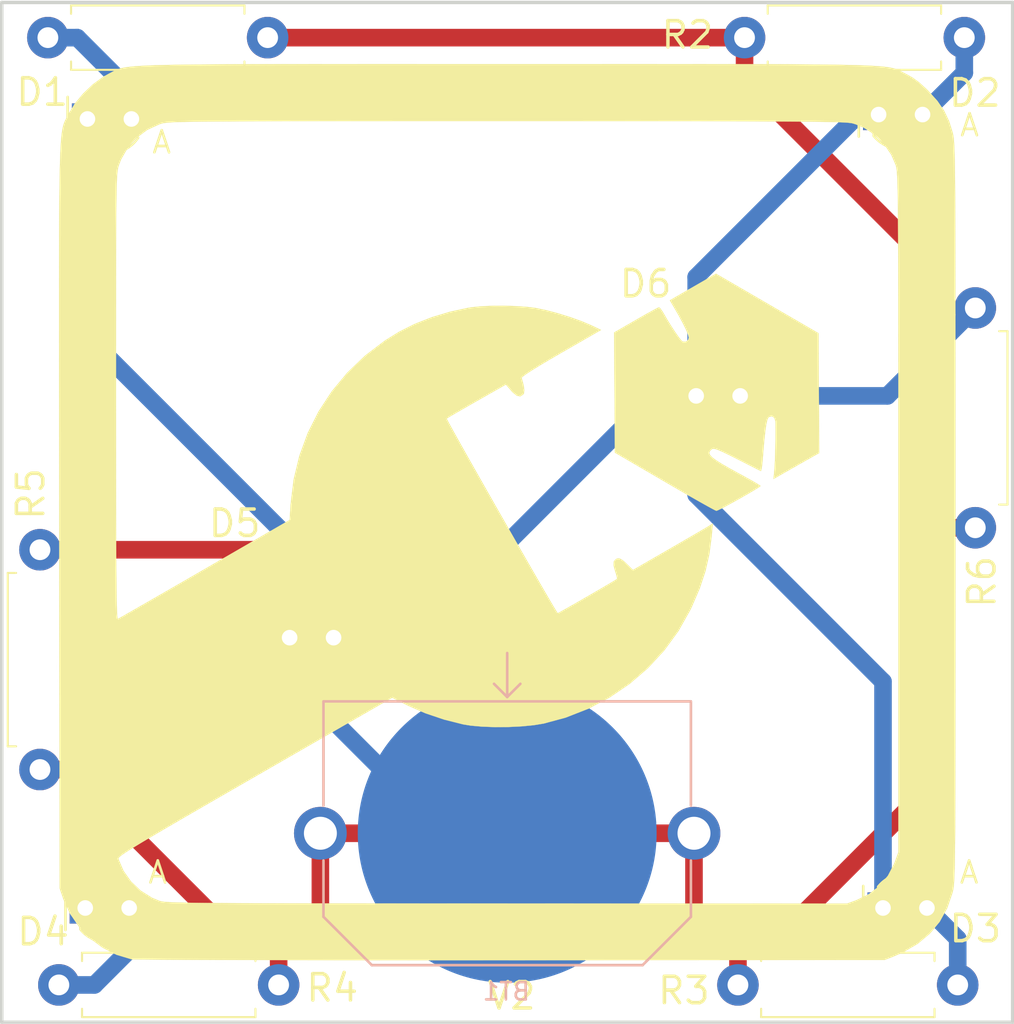
<source format=kicad_pcb>
(kicad_pcb (version 20171130) (host pcbnew "(5.0.1)-4")

  (general
    (thickness 1.6)
    (drawings 9)
    (tracks 62)
    (zones 0)
    (modules 14)
    (nets 9)
  )

  (page A4)
  (layers
    (0 F.Cu signal)
    (31 B.Cu signal hide)
    (32 B.Adhes user hide)
    (33 F.Adhes user hide)
    (34 B.Paste user hide)
    (35 F.Paste user hide)
    (36 B.SilkS user hide)
    (37 F.SilkS user)
    (38 B.Mask user hide)
    (39 F.Mask user)
    (40 Dwgs.User user hide)
    (41 Cmts.User user hide)
    (42 Eco1.User user hide)
    (43 Eco2.User user hide)
    (44 Edge.Cuts user)
    (45 Margin user hide)
    (46 B.CrtYd user hide)
    (47 F.CrtYd user)
    (48 B.Fab user)
    (49 F.Fab user hide)
  )

  (setup
    (last_trace_width 1.016)
    (trace_clearance 0.254)
    (zone_clearance 0.254)
    (zone_45_only no)
    (trace_min 1.016)
    (segment_width 0.2)
    (edge_width 0.2)
    (via_size 1.524)
    (via_drill 0.7874)
    (via_min_size 1.524)
    (via_min_drill 0.7874)
    (uvia_size 1.524)
    (uvia_drill 0.7874)
    (uvias_allowed no)
    (uvia_min_size 1.524)
    (uvia_min_drill 0.1)
    (pcb_text_width 0.3)
    (pcb_text_size 1.5 1.5)
    (mod_edge_width 0.15)
    (mod_text_size 1 1)
    (mod_text_width 0.15)
    (pad_size 1.778 1.778)
    (pad_drill 0.9)
    (pad_to_mask_clearance 0.2032)
    (solder_mask_min_width 0.254)
    (aux_axis_origin 0 0)
    (visible_elements 7FFFFFFF)
    (pcbplotparams
      (layerselection 0x010e0_ffffffff)
      (usegerberextensions false)
      (usegerberattributes false)
      (usegerberadvancedattributes false)
      (creategerberjobfile false)
      (excludeedgelayer true)
      (linewidth 0.100000)
      (plotframeref false)
      (viasonmask false)
      (mode 1)
      (useauxorigin false)
      (hpglpennumber 1)
      (hpglpenspeed 20)
      (hpglpendiameter 15.000000)
      (psnegative false)
      (psa4output false)
      (plotreference true)
      (plotvalue true)
      (plotinvisibletext false)
      (padsonsilk false)
      (subtractmaskfromsilk false)
      (outputformat 1)
      (mirror false)
      (drillshape 0)
      (scaleselection 1)
      (outputdirectory "PCB-Order/"))
  )

  (net 0 "")
  (net 1 GND)
  (net 2 "Net-(D1-Pad2)")
  (net 3 "Net-(D2-Pad2)")
  (net 4 "Net-(D3-Pad2)")
  (net 5 "Net-(D4-Pad2)")
  (net 6 "Net-(D5-Pad2)")
  (net 7 "Net-(D6-Pad2)")
  (net 8 "Net-(BT1-Pad1)")

  (net_class Default "This is the default net class."
    (clearance 0.254)
    (trace_width 1.016)
    (via_dia 1.524)
    (via_drill 0.7874)
    (uvia_dia 1.524)
    (uvia_drill 0.7874)
    (diff_pair_gap 2.54)
    (diff_pair_width 2.54)
    (add_net GND)
    (add_net "Net-(BT1-Pad1)")
    (add_net "Net-(D1-Pad2)")
    (add_net "Net-(D2-Pad2)")
    (add_net "Net-(D3-Pad2)")
    (add_net "Net-(D4-Pad2)")
    (add_net "Net-(D5-Pad2)")
    (add_net "Net-(D6-Pad2)")
  )

  (net_class SMT ""
    (clearance 0.254)
    (trace_width 1.016)
    (via_dia 1.524)
    (via_drill 0.7874)
    (uvia_dia 1.524)
    (uvia_drill 0.7874)
    (diff_pair_gap 2.54)
    (diff_pair_width 2.54)
  )

  (module "Rays Footprints:Keystone-3035-CR2032-Coin" (layer B.Cu) (tedit 5D644FAE) (tstamp 5C709D55)
    (at 150.368 102.108 180)
    (path /5C758C68)
    (fp_text reference BT1 (at 0.0508 -9.144 180) (layer B.SilkS)
      (effects (font (size 1 1) (thickness 0.15)) (justify mirror))
    )
    (fp_text value CR2032 (at -0.0508 -6.4516 180) (layer B.Fab)
      (effects (font (size 1 1) (thickness 0.15)) (justify mirror))
    )
    (fp_line (start -10.6172 -4.826) (end -10.6172 -1.5748) (layer B.SilkS) (width 0.1524))
    (fp_line (start -10.6172 1.6002) (end -10.6172 7.62) (layer B.SilkS) (width 0.1524))
    (fp_line (start 10.6172 -4.826) (end 10.6172 -1.5748) (layer B.SilkS) (width 0.1524))
    (fp_circle (center 0 0) (end 10.163175 0) (layer B.Fab) (width 0.1524))
    (fp_line (start -11.176 -10.668) (end 11.176 -10.668) (layer B.CrtYd) (width 0.1524))
    (fp_line (start -11.176 27.432) (end 11.176 27.432) (layer B.CrtYd) (width 0.1524))
    (fp_line (start -11.176 -10.668) (end -11.176 27.432) (layer B.CrtYd) (width 0.1524))
    (fp_line (start 11.176 -10.668) (end 11.176 27.432) (layer B.CrtYd) (width 0.1524))
    (fp_line (start 0 7.874) (end -0.762 8.636) (layer B.SilkS) (width 0.1524))
    (fp_line (start 0 7.874) (end 0.762 8.636) (layer B.SilkS) (width 0.1524))
    (fp_line (start 0 7.874) (end 0 10.414) (layer B.SilkS) (width 0.1524))
    (fp_circle (center -5.6134 -4.318) (end -3.0734 -4.318) (layer B.Fab) (width 0.1524))
    (fp_circle (center 5.6134 -4.318) (end 8.1534 -4.318) (layer B.Fab) (width 0.1524))
    (fp_line (start -7.8232 -7.62) (end -10.6172 -4.826) (layer B.SilkS) (width 0.1524))
    (fp_line (start 7.8232 -7.62) (end -7.8232 -7.62) (layer B.SilkS) (width 0.1524))
    (fp_line (start 10.6172 1.6002) (end 10.6172 7.62) (layer B.SilkS) (width 0.1524))
    (fp_line (start 7.8232 -7.62) (end 10.6172 -4.826) (layer B.SilkS) (width 0.1524))
    (fp_line (start -10.6045 7.62) (end 10.6045 7.62) (layer B.SilkS) (width 0.1524))
    (pad 2 smd circle (at 0 0 180) (size 17.272 17.272) (layers B.Cu B.Paste B.Mask)
      (net 1 GND))
    (pad 1 thru_hole circle (at 10.795 0 180) (size 3.048 3.048) (drill 1.905) (layers *.Cu *.Mask)
      (net 8 "Net-(BT1-Pad1)"))
    (pad 1 thru_hole circle (at -10.795 0 90) (size 3.048 3.048) (drill 1.905) (layers *.Cu *.Mask)
      (net 8 "Net-(BT1-Pad1)"))
  )

  (module km-noob-badge-kit:km-logo (layer F.Cu) (tedit 0) (tstamp 5C700E5E)
    (at 150.368 83.566)
    (path /5C769263)
    (fp_text reference KM_LOGO1 (at -0.127 7.112) (layer F.SilkS) hide
      (effects (font (size 1.524 1.524) (thickness 0.3)))
    )
    (fp_text value "KM LOGO FOOTPRINT" (at -6.35 9.652) (layer F.SilkS) hide
      (effects (font (size 1.524 1.524) (thickness 0.3)))
    )
    (fp_poly (pts (xy -6.08759 -25.905587) (xy -4.110666 -25.905372) (xy -1.9762 -25.905146) (xy 0 -25.90506)
      (xy 2.275696 -25.905172) (xy 4.388384 -25.905405) (xy 6.344391 -25.905607) (xy 8.150043 -25.905622)
      (xy 9.811666 -25.905299) (xy 11.335585 -25.904482) (xy 12.728128 -25.903018) (xy 13.995619 -25.900753)
      (xy 15.144385 -25.897534) (xy 16.180752 -25.893207) (xy 17.111045 -25.887619) (xy 17.941592 -25.880615)
      (xy 18.678717 -25.872041) (xy 19.328746 -25.861745) (xy 19.898007 -25.849573) (xy 20.392824 -25.83537)
      (xy 20.819524 -25.818984) (xy 21.184432 -25.800259) (xy 21.493875 -25.779044) (xy 21.754179 -25.755183)
      (xy 21.971669 -25.728524) (xy 22.152672 -25.698912) (xy 22.303514 -25.666194) (xy 22.43052 -25.630216)
      (xy 22.540017 -25.590825) (xy 22.63833 -25.547866) (xy 22.731786 -25.501187) (xy 22.82671 -25.450633)
      (xy 22.929429 -25.39605) (xy 23.029334 -25.345521) (xy 23.422265 -25.127828) (xy 23.788781 -24.862978)
      (xy 24.180289 -24.512049) (xy 24.344759 -24.34959) (xy 24.864654 -23.772007) (xy 25.254087 -23.20452)
      (xy 25.541452 -22.598583) (xy 25.740746 -21.962871) (xy 25.758357 -21.891479) (xy 25.774687 -21.815924)
      (xy 25.789784 -21.729852) (xy 25.803697 -21.62691) (xy 25.816473 -21.500743) (xy 25.828161 -21.344997)
      (xy 25.838809 -21.15332) (xy 25.848467 -20.919356) (xy 25.857181 -20.636752) (xy 25.865002 -20.299154)
      (xy 25.871976 -19.900209) (xy 25.878153 -19.433562) (xy 25.883581 -18.89286) (xy 25.888308 -18.271748)
      (xy 25.892382 -17.563874) (xy 25.895853 -16.762882) (xy 25.898767 -15.86242) (xy 25.901175 -14.856133)
      (xy 25.903124 -13.737667) (xy 25.904662 -12.500669) (xy 25.905838 -11.138785) (xy 25.9067 -9.645661)
      (xy 25.907297 -8.014942) (xy 25.907678 -6.240276) (xy 25.907889 -4.315309) (xy 25.907981 -2.233685)
      (xy 25.908 0) (xy 25.907983 2.24351) (xy 25.9079 4.324044) (xy 25.907702 6.247957)
      (xy 25.907339 8.021607) (xy 25.906763 9.651349) (xy 25.905924 11.143541) (xy 25.904773 12.504539)
      (xy 25.903262 13.740699) (xy 25.901341 14.858379) (xy 25.898961 15.863934) (xy 25.896073 16.763721)
      (xy 25.892628 17.564097) (xy 25.888578 18.271418) (xy 25.883872 18.892041) (xy 25.878461 19.432322)
      (xy 25.872298 19.898618) (xy 25.865332 20.297286) (xy 25.857515 20.634682) (xy 25.848797 20.917162)
      (xy 25.83913 21.151083) (xy 25.828464 21.342802) (xy 25.816751 21.498676) (xy 25.80394 21.625059)
      (xy 25.789984 21.728311) (xy 25.774833 21.814786) (xy 25.758438 21.890841) (xy 25.74075 21.962834)
      (xy 25.738384 21.972107) (xy 25.430761 22.867758) (xy 24.991747 23.659135) (xy 24.419371 24.34835)
      (xy 23.711661 24.937511) (xy 22.866648 25.428731) (xy 22.271406 25.685608) (xy 21.801667 25.865667)
      (xy 0.211667 25.878045) (xy -1.692925 25.87887) (xy -3.555173 25.879154) (xy -5.36783 25.878914)
      (xy -7.123648 25.878169) (xy -8.815381 25.876938) (xy -10.435779 25.875239) (xy -11.977597 25.873091)
      (xy -13.433585 25.870512) (xy -14.796496 25.867521) (xy -16.059084 25.864136) (xy -17.214099 25.860376)
      (xy -18.254296 25.856259) (xy -19.172425 25.851805) (xy -19.961239 25.84703) (xy -20.613491 25.841955)
      (xy -21.121933 25.836598) (xy -21.479318 25.830976) (xy -21.678398 25.825109) (xy -21.717 25.821958)
      (xy -22.575544 25.564151) (xy -23.376123 25.157853) (xy -24.100888 24.619084) (xy -24.731988 23.963864)
      (xy -25.251573 23.208216) (xy -25.641793 22.36816) (xy -25.677408 22.267334) (xy -25.865666 21.717)
      (xy -25.887805 0.274412) (xy -25.890283 -2.015532) (xy -25.892719 -4.14243) (xy -25.894965 -6.112567)
      (xy -25.895563 -6.682279) (xy -22.606 -6.682279) (xy -22.605754 -4.896738) (xy -22.604979 -3.273787)
      (xy -22.60362 -1.806684) (xy -22.601621 -0.488687) (xy -22.598926 0.686948) (xy -22.59548 1.726961)
      (xy -22.591227 2.638097) (xy -22.586112 3.427096) (xy -22.580079 4.100702) (xy -22.573073 4.665657)
      (xy -22.565037 5.128703) (xy -22.555916 5.496583) (xy -22.545656 5.776039) (xy -22.534199 5.973813)
      (xy -22.521491 6.096649) (xy -22.507476 6.151287) (xy -22.500166 6.155229) (xy -22.410531 6.106438)
      (xy -22.186655 5.979935) (xy -21.840873 5.7828) (xy -21.385517 5.522117) (xy -20.83292 5.204965)
      (xy -20.195415 4.838429) (xy -19.485336 4.429588) (xy -18.715016 3.985526) (xy -17.896787 3.513323)
      (xy -17.483666 3.274719) (xy -12.573 0.437764) (xy -12.516393 -0.462279) (xy -12.344022 -1.887677)
      (xy -12.013149 -3.264683) (xy -11.53027 -4.582976) (xy -10.90188 -5.832235) (xy -10.134474 -7.002141)
      (xy -9.23455 -8.082374) (xy -8.208601 -9.062613) (xy -7.063124 -9.932539) (xy -6.230276 -10.449529)
      (xy -5.344216 -10.892164) (xy -4.349737 -11.280942) (xy -3.304171 -11.596649) (xy -2.26485 -11.820071)
      (xy -2.032 -11.856488) (xy -1.501243 -11.909662) (xy -0.861209 -11.937421) (xy -0.167869 -11.940447)
      (xy 0.522809 -11.919421) (xy 1.154856 -11.875025) (xy 1.651 -11.811654) (xy 2.259272 -11.683858)
      (xy 2.94314 -11.501904) (xy 3.642039 -11.284647) (xy 4.295405 -11.050941) (xy 4.842673 -10.81964)
      (xy 4.852656 -10.814914) (xy 5.429645 -10.541) (xy 3.116989 -9.210917) (xy 2.436668 -8.815621)
      (xy 1.865872 -8.475575) (xy 1.412634 -8.195851) (xy 1.084984 -7.981521) (xy 0.890955 -7.837654)
      (xy 0.837452 -7.771583) (xy 0.950771 -7.350411) (xy 0.993045 -7.058581) (xy 0.966642 -6.872841)
      (xy 0.934389 -6.819348) (xy 0.761671 -6.701716) (xy 0.559136 -6.738571) (xy 0.317396 -6.93278)
      (xy 0.223412 -7.036559) (xy -0.074371 -7.384452) (xy -1.751686 -6.431152) (xy -2.235854 -6.155149)
      (xy -2.670989 -5.905524) (xy -3.035328 -5.694891) (xy -3.307109 -5.535862) (xy -3.464572 -5.441049)
      (xy -3.494036 -5.421323) (xy -3.459467 -5.344691) (xy -3.348159 -5.135115) (xy -3.167954 -4.806347)
      (xy -2.926696 -4.372138) (xy -2.63223 -3.846239) (xy -2.292399 -3.242401) (xy -1.915046 -2.574376)
      (xy -1.508015 -1.855915) (xy -1.07915 -1.100769) (xy -0.636294 -0.322689) (xy -0.187292 0.464572)
      (xy 0.260014 1.247265) (xy 0.69778 2.011637) (xy 1.118161 2.743937) (xy 1.513315 3.430415)
      (xy 1.875398 4.057319) (xy 2.196566 4.610897) (xy 2.468975 5.077398) (xy 2.684782 5.443071)
      (xy 2.836142 5.694166) (xy 2.915214 5.816929) (xy 2.918948 5.821747) (xy 2.992361 5.786837)
      (xy 3.187 5.680537) (xy 3.478052 5.517172) (xy 3.840706 5.311066) (xy 4.25015 5.076545)
      (xy 4.681573 4.827932) (xy 5.110163 4.579555) (xy 5.511109 4.345736) (xy 5.859599 4.140801)
      (xy 6.130821 3.979075) (xy 6.299964 3.874883) (xy 6.343815 3.844408) (xy 6.339464 3.750062)
      (xy 6.28653 3.550466) (xy 6.23593 3.399758) (xy 6.14441 3.057568) (xy 6.163158 2.827528)
      (xy 6.295584 2.690426) (xy 6.367002 2.661604) (xy 6.507413 2.664728) (xy 6.685681 2.770306)
      (xy 6.903933 2.966866) (xy 7.270173 3.326304) (xy 9.371253 2.11389) (xy 9.922127 1.795569)
      (xy 10.433435 1.499272) (xy 10.884362 1.237126) (xy 11.254095 1.021258) (xy 11.52182 0.863796)
      (xy 11.666722 0.776868) (xy 11.676569 0.770668) (xy 11.880805 0.639859) (xy 11.821078 1.356033)
      (xy 11.688963 2.392261) (xy 11.462579 3.390265) (xy 11.129141 4.394278) (xy 10.675868 5.448537)
      (xy 10.581622 5.644883) (xy 9.897322 6.859882) (xy 9.078137 7.981292) (xy 8.136024 8.999857)
      (xy 7.082938 9.906317) (xy 5.930835 10.691417) (xy 4.691671 11.345898) (xy 3.377401 11.860502)
      (xy 2.112998 12.202274) (xy 1.521364 12.299297) (xy 0.821623 12.366132) (xy 0.06116 12.402272)
      (xy -0.712637 12.407208) (xy -1.452383 12.380433) (xy -2.110692 12.321439) (xy -2.54 12.25214)
      (xy -3.648803 11.972909) (xy -4.725645 11.609133) (xy -5.70707 11.18251) (xy -5.790876 11.140595)
      (xy -6.644915 10.708113) (xy -14.582937 15.278624) (xy -15.843465 16.004704) (xy -16.964889 16.651427)
      (xy -17.95508 17.223526) (xy -18.821913 17.725737) (xy -19.573258 18.162793) (xy -20.216988 18.53943)
      (xy -20.760976 18.860382) (xy -21.213095 19.130383) (xy -21.581217 19.354168) (xy -21.873213 19.536471)
      (xy -22.096958 19.682027) (xy -22.260323 19.795571) (xy -22.371181 19.881837) (xy -22.437405 19.94556)
      (xy -22.466866 19.991474) (xy -22.468585 20.021067) (xy -22.172268 20.711387) (xy -21.735502 21.330403)
      (xy -21.179898 21.855893) (xy -20.527071 22.265637) (xy -20.115449 22.440412) (xy -20.062861 22.457208)
      (xy -19.998761 22.472736) (xy -19.916606 22.48705) (xy -19.809854 22.500201) (xy -19.671963 22.512242)
      (xy -19.49639 22.523224) (xy -19.276594 22.533198) (xy -19.006032 22.542218) (xy -18.678161 22.550334)
      (xy -18.286441 22.5576) (xy -17.824328 22.564066) (xy -17.285279 22.569784) (xy -16.662754 22.574807)
      (xy -15.950209 22.579187) (xy -15.141103 22.582974) (xy -14.228893 22.586222) (xy -13.207036 22.588982)
      (xy -12.068991 22.591306) (xy -10.808216 22.593246) (xy -9.418168 22.594854) (xy -7.892304 22.596181)
      (xy -6.224084 22.59728) (xy -4.406963 22.598203) (xy -2.434401 22.599001) (xy -0.299855 22.599727)
      (xy -0.025018 22.599814) (xy 19.634964 22.606) (xy 20.180263 22.408067) (xy 20.898614 22.061727)
      (xy 21.508362 21.587448) (xy 22.000495 20.994243) (xy 22.365999 20.291125) (xy 22.408067 20.180263)
      (xy 22.606 19.634964) (xy 22.606 0.009403) (xy 22.60597 -2.141568) (xy 22.605844 -4.129777)
      (xy 22.605569 -5.961797) (xy 22.605093 -7.6442) (xy 22.604365 -9.183558) (xy 22.60333 -10.586441)
      (xy 22.601936 -11.859424) (xy 22.600132 -13.009077) (xy 22.597864 -14.041972) (xy 22.59508 -14.964681)
      (xy 22.591728 -15.783777) (xy 22.587755 -16.505832) (xy 22.583108 -17.137416) (xy 22.577734 -17.685103)
      (xy 22.571582 -18.155464) (xy 22.564599 -18.555072) (xy 22.556733 -18.890497) (xy 22.54793 -19.168313)
      (xy 22.538138 -19.39509) (xy 22.527305 -19.577402) (xy 22.515378 -19.72182) (xy 22.502305 -19.834916)
      (xy 22.488033 -19.923262) (xy 22.472509 -19.99343) (xy 22.455682 -20.051991) (xy 22.445417 -20.082899)
      (xy 22.192043 -20.667074) (xy 21.846883 -21.176955) (xy 21.450435 -21.598238) (xy 21.015295 -21.971435)
      (xy 20.598283 -22.234283) (xy 20.135775 -22.424727) (xy 19.987133 -22.470927) (xy 19.924991 -22.485858)
      (xy 19.839859 -22.499659) (xy 19.725254 -22.512374) (xy 19.5747 -22.524046) (xy 19.381714 -22.53472)
      (xy 19.139819 -22.544439) (xy 18.842534 -22.553247) (xy 18.483379 -22.561188) (xy 18.055875 -22.568305)
      (xy 17.553542 -22.574643) (xy 16.969901 -22.580244) (xy 16.298471 -22.585153) (xy 15.532774 -22.589414)
      (xy 14.666328 -22.59307) (xy 13.692656 -22.596164) (xy 12.605276 -22.598742) (xy 11.39771 -22.600846)
      (xy 10.063477 -22.60252) (xy 8.596098 -22.603808) (xy 6.989093 -22.604753) (xy 5.235983 -22.605401)
      (xy 3.330288 -22.605793) (xy 1.265528 -22.605974) (xy -0.018038 -22.606) (xy -2.16261 -22.60599)
      (xy -4.144454 -22.605921) (xy -5.970177 -22.605736) (xy -7.646383 -22.605377) (xy -9.179679 -22.604787)
      (xy -10.57667 -22.603907) (xy -11.843962 -22.602681) (xy -12.988161 -22.601051) (xy -14.015872 -22.598959)
      (xy -14.933702 -22.596347) (xy -15.748255 -22.593158) (xy -16.466138 -22.589334) (xy -17.093956 -22.584818)
      (xy -17.638315 -22.579552) (xy -18.105821 -22.573478) (xy -18.50308 -22.566539) (xy -18.836696 -22.558678)
      (xy -19.113277 -22.549835) (xy -19.339427 -22.539955) (xy -19.521752 -22.528979) (xy -19.666858 -22.51685)
      (xy -19.781352 -22.50351) (xy -19.871837 -22.488902) (xy -19.944921 -22.472967) (xy -20.007209 -22.455648)
      (xy -20.065307 -22.436889) (xy -20.082816 -22.431001) (xy -20.793622 -22.104966) (xy -21.414288 -21.644334)
      (xy -21.926234 -21.067666) (xy -22.310881 -20.393524) (xy -22.429782 -20.086435) (xy -22.453389 -20.014664)
      (xy -22.474788 -19.940774) (xy -22.494087 -19.856516) (xy -22.511394 -19.753639) (xy -22.526818 -19.623894)
      (xy -22.540467 -19.459031) (xy -22.55245 -19.250799) (xy -22.562876 -18.990948) (xy -22.571852 -18.671229)
      (xy -22.579487 -18.283392) (xy -22.58589 -17.819186) (xy -22.591169 -17.270362) (xy -22.595432 -16.62867)
      (xy -22.598789 -15.885859) (xy -22.601347 -15.033679) (xy -22.603215 -14.063881) (xy -22.604501 -12.968215)
      (xy -22.605314 -11.73843) (xy -22.605763 -10.366277) (xy -22.605955 -8.843505) (xy -22.605999 -7.161865)
      (xy -22.606 -6.682279) (xy -25.895563 -6.682279) (xy -25.896876 -7.932229) (xy -25.898306 -9.607704)
      (xy -25.899108 -11.145276) (xy -25.899135 -12.551233) (xy -25.898243 -13.831861) (xy -25.896284 -14.993447)
      (xy -25.893112 -16.042275) (xy -25.888582 -16.984634) (xy -25.882545 -17.826808) (xy -25.874858 -18.575085)
      (xy -25.865372 -19.235751) (xy -25.853942 -19.815092) (xy -25.840422 -20.319394) (xy -25.824665 -20.754943)
      (xy -25.806526 -21.128027) (xy -25.785857 -21.444931) (xy -25.762513 -21.711941) (xy -25.736347 -21.935344)
      (xy -25.707213 -22.121427) (xy -25.674965 -22.276475) (xy -25.639456 -22.406774) (xy -25.600541 -22.518612)
      (xy -25.558073 -22.618274) (xy -25.511905 -22.712047) (xy -25.461892 -22.806217) (xy -25.407887 -22.907071)
      (xy -25.349744 -23.020894) (xy -25.345602 -23.029333) (xy -24.985403 -23.621299) (xy -24.503691 -24.204122)
      (xy -23.944585 -24.733684) (xy -23.352203 -25.165869) (xy -23.029333 -25.345521) (xy -22.914784 -25.403708)
      (xy -22.813495 -25.457735) (xy -22.719142 -25.507753) (xy -22.625397 -25.553918) (xy -22.525936 -25.596383)
      (xy -22.414432 -25.635301) (xy -22.284558 -25.670827) (xy -22.12999 -25.703114) (xy -21.944401 -25.732316)
      (xy -21.721464 -25.758586) (xy -21.454855 -25.782078) (xy -21.138247 -25.802946) (xy -20.765315 -25.821344)
      (xy -20.329731 -25.837425) (xy -19.82517 -25.851343) (xy -19.245307 -25.863251) (xy -18.583815 -25.873304)
      (xy -17.834368 -25.881655) (xy -16.99064 -25.888458) (xy -16.046305 -25.893866) (xy -14.995038 -25.898033)
      (xy -13.830512 -25.901113) (xy -12.546401 -25.90326) (xy -11.136379 -25.904627) (xy -9.594121 -25.905368)
      (xy -7.9133 -25.905637) (xy -6.08759 -25.905587)) (layer F.SilkS) (width 0.01))
    (fp_poly (pts (xy 17.991667 -10.353404) (xy 18.011727 -6.891202) (xy 18.031786 -3.429) (xy 17.208232 -2.963333)
      (xy 16.809195 -2.73729) (xy 16.403742 -2.506921) (xy 16.050792 -2.305732) (xy 15.88595 -2.211366)
      (xy 15.387222 -1.925066) (xy 15.440676 -2.465366) (xy 15.461161 -2.758837) (xy 15.479056 -3.17421)
      (xy 15.493341 -3.664062) (xy 15.502997 -4.18097) (xy 15.507005 -4.67751) (xy 15.504344 -5.106259)
      (xy 15.500791 -5.261441) (xy 15.438558 -5.459083) (xy 15.299872 -5.551936) (xy 15.134802 -5.513036)
      (xy 15.095433 -5.479719) (xy 15.034007 -5.35175) (xy 14.974165 -5.08787) (xy 14.914859 -4.680415)
      (xy 14.855043 -4.121724) (xy 14.793668 -3.404131) (xy 14.771113 -3.1071) (xy 14.740742 -2.779606)
      (xy 14.705879 -2.531546) (xy 14.672212 -2.399311) (xy 14.658612 -2.387433) (xy 14.567801 -2.432315)
      (xy 14.351534 -2.540955) (xy 14.035351 -2.700472) (xy 13.644792 -2.897983) (xy 13.27596 -3.084829)
      (xy 12.787709 -3.32973) (xy 12.426841 -3.503021) (xy 12.171505 -3.613109) (xy 11.999848 -3.6684)
      (xy 11.890019 -3.677302) (xy 11.820165 -3.64822) (xy 11.817381 -3.645962) (xy 11.717675 -3.543593)
      (xy 11.680163 -3.44002) (xy 11.717054 -3.32501) (xy 11.840557 -3.18833) (xy 12.062882 -3.019745)
      (xy 12.396239 -2.809023) (xy 12.852837 -2.545929) (xy 13.444886 -2.220231) (xy 13.6525 -2.107832)
      (xy 14.018382 -1.906989) (xy 14.323205 -1.733451) (xy 14.539615 -1.603264) (xy 14.64026 -1.532473)
      (xy 14.644153 -1.526133) (xy 14.572788 -1.466812) (xy 14.381584 -1.344413) (xy 14.100101 -1.175562)
      (xy 13.757901 -0.976884) (xy 13.384547 -0.765007) (xy 13.0096 -0.556556) (xy 12.662622 -0.368159)
      (xy 12.373173 -0.216442) (xy 12.170817 -0.118031) (xy 12.08844 -0.088719) (xy 11.993637 -0.131025)
      (xy 11.769218 -0.24996) (xy 11.431529 -0.436307) (xy 10.996916 -0.680852) (xy 10.481725 -0.974379)
      (xy 9.902301 -1.307674) (xy 9.274991 -1.671521) (xy 9.101667 -1.772555) (xy 6.223 -3.452337)
      (xy 6.200902 -6.924326) (xy 6.178803 -10.396315) (xy 7.440174 -11.124824) (xy 7.857721 -11.363601)
      (xy 8.225543 -11.569445) (xy 8.51824 -11.728502) (xy 8.710411 -11.826918) (xy 8.774606 -11.852681)
      (xy 8.854838 -11.7846) (xy 8.97702 -11.612101) (xy 9.047512 -11.492848) (xy 9.253144 -11.138092)
      (xy 9.477319 -10.775357) (xy 9.699119 -10.435786) (xy 9.897623 -10.150519) (xy 10.051915 -9.950697)
      (xy 10.138834 -9.868234) (xy 10.334811 -9.863004) (xy 10.469619 -9.983566) (xy 10.496439 -10.105558)
      (xy 10.451414 -10.278899) (xy 10.326851 -10.570796) (xy 10.134614 -10.957258) (xy 9.886569 -11.414295)
      (xy 9.627476 -11.862676) (xy 9.395768 -12.253019) (xy 10.391718 -12.826802) (xy 10.793769 -13.058473)
      (xy 11.174469 -13.27792) (xy 11.493573 -13.461938) (xy 11.710834 -13.587322) (xy 11.727523 -13.596963)
      (xy 12.067379 -13.793342) (xy 17.991667 -10.353404)) (layer F.SilkS) (width 0.01))
  )

  (module Resistors_THT:R_Axial_DIN0411_L9.9mm_D3.6mm_P12.70mm_Horizontal (layer F.Cu) (tedit 5874F706) (tstamp 5C73802A)
    (at 136.525 56.134 180)
    (descr "Resistor, Axial_DIN0411 series, Axial, Horizontal, pin pitch=12.7mm, 1W = 1/1W, length*diameter=9.9*3.6mm^2")
    (tags "Resistor Axial_DIN0411 series Axial Horizontal pin pitch 12.7mm 1W = 1/1W length 9.9mm diameter 3.6mm")
    (path /5C6F5963)
    (fp_text reference R1 (at 6.35 -2.86 180) (layer F.SilkS)
      (effects (font (size 1 1) (thickness 0.15)))
    )
    (fp_text value 51 (at 6.35 2.86 180) (layer F.Fab)
      (effects (font (size 1 1) (thickness 0.15)))
    )
    (fp_line (start 14.15 -2.15) (end -1.45 -2.15) (layer F.CrtYd) (width 0.05))
    (fp_line (start 14.15 2.15) (end 14.15 -2.15) (layer F.CrtYd) (width 0.05))
    (fp_line (start -1.45 2.15) (end 14.15 2.15) (layer F.CrtYd) (width 0.05))
    (fp_line (start -1.45 -2.15) (end -1.45 2.15) (layer F.CrtYd) (width 0.05))
    (fp_line (start 11.36 1.86) (end 11.36 1.38) (layer F.SilkS) (width 0.12))
    (fp_line (start 1.34 1.86) (end 11.36 1.86) (layer F.SilkS) (width 0.12))
    (fp_line (start 1.34 1.38) (end 1.34 1.86) (layer F.SilkS) (width 0.12))
    (fp_line (start 11.36 -1.86) (end 11.36 -1.38) (layer F.SilkS) (width 0.12))
    (fp_line (start 1.34 -1.86) (end 11.36 -1.86) (layer F.SilkS) (width 0.12))
    (fp_line (start 1.34 -1.38) (end 1.34 -1.86) (layer F.SilkS) (width 0.12))
    (fp_line (start 12.7 0) (end 11.3 0) (layer F.Fab) (width 0.1))
    (fp_line (start 0 0) (end 1.4 0) (layer F.Fab) (width 0.1))
    (fp_line (start 11.3 -1.8) (end 1.4 -1.8) (layer F.Fab) (width 0.1))
    (fp_line (start 11.3 1.8) (end 11.3 -1.8) (layer F.Fab) (width 0.1))
    (fp_line (start 1.4 1.8) (end 11.3 1.8) (layer F.Fab) (width 0.1))
    (fp_line (start 1.4 -1.8) (end 1.4 1.8) (layer F.Fab) (width 0.1))
    (pad 2 thru_hole oval (at 12.7 0 180) (size 2.4 2.4) (drill 1.2) (layers *.Cu *.Mask)
      (net 2 "Net-(D1-Pad2)"))
    (pad 1 thru_hole circle (at 0 0 180) (size 2.4 2.4) (drill 1.2) (layers *.Cu *.Mask)
      (net 8 "Net-(BT1-Pad1)"))
    (model ${KISYS3DMOD}/Resistors_THT.3dshapes/R_Axial_DIN0411_L9.9mm_D3.6mm_P12.70mm_Horizontal.wrl
      (at (xyz 0 0 0))
      (scale (xyz 0.393701 0.393701 0.393701))
      (rotate (xyz 0 0 0))
    )
  )

  (module Resistors_THT:R_Axial_DIN0411_L9.9mm_D3.6mm_P12.70mm_Horizontal (layer F.Cu) (tedit 5C7380F2) (tstamp 5C73803F)
    (at 164.084 56.134)
    (descr "Resistor, Axial_DIN0411 series, Axial, Horizontal, pin pitch=12.7mm, 1W = 1/1W, length*diameter=9.9*3.6mm^2")
    (tags "Resistor Axial_DIN0411 series Axial Horizontal pin pitch 12.7mm 1W = 1/1W length 9.9mm diameter 3.6mm")
    (path /5C6F59A9)
    (fp_text reference R2 (at -3.302 -0.1524) (layer F.SilkS)
      (effects (font (size 1.524 1.524) (thickness 0.2032)))
    )
    (fp_text value 51 (at 6.35 2.86) (layer F.Fab)
      (effects (font (size 1 1) (thickness 0.15)))
    )
    (fp_line (start 1.4 -1.8) (end 1.4 1.8) (layer F.Fab) (width 0.1))
    (fp_line (start 1.4 1.8) (end 11.3 1.8) (layer F.Fab) (width 0.1))
    (fp_line (start 11.3 1.8) (end 11.3 -1.8) (layer F.Fab) (width 0.1))
    (fp_line (start 11.3 -1.8) (end 1.4 -1.8) (layer F.Fab) (width 0.1))
    (fp_line (start 0 0) (end 1.4 0) (layer F.Fab) (width 0.1))
    (fp_line (start 12.7 0) (end 11.3 0) (layer F.Fab) (width 0.1))
    (fp_line (start 1.34 -1.38) (end 1.34 -1.86) (layer F.SilkS) (width 0.12))
    (fp_line (start 1.34 -1.86) (end 11.36 -1.86) (layer F.SilkS) (width 0.12))
    (fp_line (start 11.36 -1.86) (end 11.36 -1.38) (layer F.SilkS) (width 0.12))
    (fp_line (start 1.34 1.38) (end 1.34 1.86) (layer F.SilkS) (width 0.12))
    (fp_line (start 1.34 1.86) (end 11.36 1.86) (layer F.SilkS) (width 0.12))
    (fp_line (start 11.36 1.86) (end 11.36 1.38) (layer F.SilkS) (width 0.12))
    (fp_line (start -1.45 -2.15) (end -1.45 2.15) (layer F.CrtYd) (width 0.05))
    (fp_line (start -1.45 2.15) (end 14.15 2.15) (layer F.CrtYd) (width 0.05))
    (fp_line (start 14.15 2.15) (end 14.15 -2.15) (layer F.CrtYd) (width 0.05))
    (fp_line (start 14.15 -2.15) (end -1.45 -2.15) (layer F.CrtYd) (width 0.05))
    (pad 1 thru_hole circle (at 0 0) (size 2.4 2.4) (drill 1.2) (layers *.Cu *.Mask)
      (net 8 "Net-(BT1-Pad1)"))
    (pad 2 thru_hole oval (at 12.7 0) (size 2.4 2.4) (drill 1.2) (layers *.Cu *.Mask)
      (net 3 "Net-(D2-Pad2)"))
    (model ${KISYS3DMOD}/Resistors_THT.3dshapes/R_Axial_DIN0411_L9.9mm_D3.6mm_P12.70mm_Horizontal.wrl
      (at (xyz 0 0 0))
      (scale (xyz 0.393701 0.393701 0.393701))
      (rotate (xyz 0 0 0))
    )
  )

  (module Resistors_THT:R_Axial_DIN0411_L9.9mm_D3.6mm_P12.70mm_Horizontal (layer F.Cu) (tedit 5C7380C9) (tstamp 5C738054)
    (at 163.703 110.871)
    (descr "Resistor, Axial_DIN0411 series, Axial, Horizontal, pin pitch=12.7mm, 1W = 1/1W, length*diameter=9.9*3.6mm^2")
    (tags "Resistor Axial_DIN0411 series Axial Horizontal pin pitch 12.7mm 1W = 1/1W length 9.9mm diameter 3.6mm")
    (path /5C6F59D9)
    (fp_text reference R3 (at -3.1242 0.3302) (layer F.SilkS)
      (effects (font (size 1.524 1.524) (thickness 0.2032)))
    )
    (fp_text value 51 (at 6.35 2.86) (layer F.Fab)
      (effects (font (size 1 1) (thickness 0.15)))
    )
    (fp_line (start 14.15 -2.15) (end -1.45 -2.15) (layer F.CrtYd) (width 0.05))
    (fp_line (start 14.15 2.15) (end 14.15 -2.15) (layer F.CrtYd) (width 0.05))
    (fp_line (start -1.45 2.15) (end 14.15 2.15) (layer F.CrtYd) (width 0.05))
    (fp_line (start -1.45 -2.15) (end -1.45 2.15) (layer F.CrtYd) (width 0.05))
    (fp_line (start 11.36 1.86) (end 11.36 1.38) (layer F.SilkS) (width 0.12))
    (fp_line (start 1.34 1.86) (end 11.36 1.86) (layer F.SilkS) (width 0.12))
    (fp_line (start 1.34 1.38) (end 1.34 1.86) (layer F.SilkS) (width 0.12))
    (fp_line (start 11.36 -1.86) (end 11.36 -1.38) (layer F.SilkS) (width 0.12))
    (fp_line (start 1.34 -1.86) (end 11.36 -1.86) (layer F.SilkS) (width 0.12))
    (fp_line (start 1.34 -1.38) (end 1.34 -1.86) (layer F.SilkS) (width 0.12))
    (fp_line (start 12.7 0) (end 11.3 0) (layer F.Fab) (width 0.1))
    (fp_line (start 0 0) (end 1.4 0) (layer F.Fab) (width 0.1))
    (fp_line (start 11.3 -1.8) (end 1.4 -1.8) (layer F.Fab) (width 0.1))
    (fp_line (start 11.3 1.8) (end 11.3 -1.8) (layer F.Fab) (width 0.1))
    (fp_line (start 1.4 1.8) (end 11.3 1.8) (layer F.Fab) (width 0.1))
    (fp_line (start 1.4 -1.8) (end 1.4 1.8) (layer F.Fab) (width 0.1))
    (pad 2 thru_hole oval (at 12.7 0) (size 2.4 2.4) (drill 1.2) (layers *.Cu *.Mask)
      (net 4 "Net-(D3-Pad2)"))
    (pad 1 thru_hole circle (at 0 0) (size 2.4 2.4) (drill 1.2) (layers *.Cu *.Mask)
      (net 8 "Net-(BT1-Pad1)"))
    (model ${KISYS3DMOD}/Resistors_THT.3dshapes/R_Axial_DIN0411_L9.9mm_D3.6mm_P12.70mm_Horizontal.wrl
      (at (xyz 0 0 0))
      (scale (xyz 0.393701 0.393701 0.393701))
      (rotate (xyz 0 0 0))
    )
  )

  (module Resistors_THT:R_Axial_DIN0411_L9.9mm_D3.6mm_P12.70mm_Horizontal (layer F.Cu) (tedit 5C7380B9) (tstamp 5C738069)
    (at 137.16 110.871 180)
    (descr "Resistor, Axial_DIN0411 series, Axial, Horizontal, pin pitch=12.7mm, 1W = 1/1W, length*diameter=9.9*3.6mm^2")
    (tags "Resistor Axial_DIN0411 series Axial Horizontal pin pitch 12.7mm 1W = 1/1W length 9.9mm diameter 3.6mm")
    (path /5C6F5A0B)
    (fp_text reference R4 (at -3.0988 -0.1778 180) (layer F.SilkS)
      (effects (font (size 1.524 1.524) (thickness 0.2032)))
    )
    (fp_text value 51 (at 6.35 2.86 180) (layer F.Fab)
      (effects (font (size 1 1) (thickness 0.15)))
    )
    (fp_line (start 1.4 -1.8) (end 1.4 1.8) (layer F.Fab) (width 0.1))
    (fp_line (start 1.4 1.8) (end 11.3 1.8) (layer F.Fab) (width 0.1))
    (fp_line (start 11.3 1.8) (end 11.3 -1.8) (layer F.Fab) (width 0.1))
    (fp_line (start 11.3 -1.8) (end 1.4 -1.8) (layer F.Fab) (width 0.1))
    (fp_line (start 0 0) (end 1.4 0) (layer F.Fab) (width 0.1))
    (fp_line (start 12.7 0) (end 11.3 0) (layer F.Fab) (width 0.1))
    (fp_line (start 1.34 -1.38) (end 1.34 -1.86) (layer F.SilkS) (width 0.12))
    (fp_line (start 1.34 -1.86) (end 11.36 -1.86) (layer F.SilkS) (width 0.12))
    (fp_line (start 11.36 -1.86) (end 11.36 -1.38) (layer F.SilkS) (width 0.12))
    (fp_line (start 1.34 1.38) (end 1.34 1.86) (layer F.SilkS) (width 0.12))
    (fp_line (start 1.34 1.86) (end 11.36 1.86) (layer F.SilkS) (width 0.12))
    (fp_line (start 11.36 1.86) (end 11.36 1.38) (layer F.SilkS) (width 0.12))
    (fp_line (start -1.45 -2.15) (end -1.45 2.15) (layer F.CrtYd) (width 0.05))
    (fp_line (start -1.45 2.15) (end 14.15 2.15) (layer F.CrtYd) (width 0.05))
    (fp_line (start 14.15 2.15) (end 14.15 -2.15) (layer F.CrtYd) (width 0.05))
    (fp_line (start 14.15 -2.15) (end -1.45 -2.15) (layer F.CrtYd) (width 0.05))
    (pad 1 thru_hole circle (at 0 0 180) (size 2.4 2.4) (drill 1.2) (layers *.Cu *.Mask)
      (net 8 "Net-(BT1-Pad1)"))
    (pad 2 thru_hole oval (at 12.7 0 180) (size 2.4 2.4) (drill 1.2) (layers *.Cu *.Mask)
      (net 5 "Net-(D4-Pad2)"))
    (model ${KISYS3DMOD}/Resistors_THT.3dshapes/R_Axial_DIN0411_L9.9mm_D3.6mm_P12.70mm_Horizontal.wrl
      (at (xyz 0 0 0))
      (scale (xyz 0.393701 0.393701 0.393701))
      (rotate (xyz 0 0 0))
    )
  )

  (module Resistors_THT:R_Axial_DIN0411_L9.9mm_D3.6mm_P12.70mm_Horizontal (layer F.Cu) (tedit 5C738070) (tstamp 5C73807E)
    (at 123.3678 98.425 90)
    (descr "Resistor, Axial_DIN0411 series, Axial, Horizontal, pin pitch=12.7mm, 1W = 1/1W, length*diameter=9.9*3.6mm^2")
    (tags "Resistor Axial_DIN0411 series Axial Horizontal pin pitch 12.7mm 1W = 1/1W length 9.9mm diameter 3.6mm")
    (path /5C6F5A3B)
    (fp_text reference R5 (at 15.9258 -0.5334 90) (layer F.SilkS)
      (effects (font (size 1.524 1.524) (thickness 0.2032)))
    )
    (fp_text value 51 (at 6.35 2.86 90) (layer F.Fab)
      (effects (font (size 1 1) (thickness 0.15)))
    )
    (fp_line (start 14.15 -2.15) (end -1.45 -2.15) (layer F.CrtYd) (width 0.05))
    (fp_line (start 14.15 2.15) (end 14.15 -2.15) (layer F.CrtYd) (width 0.05))
    (fp_line (start -1.45 2.15) (end 14.15 2.15) (layer F.CrtYd) (width 0.05))
    (fp_line (start -1.45 -2.15) (end -1.45 2.15) (layer F.CrtYd) (width 0.05))
    (fp_line (start 11.36 1.86) (end 11.36 1.38) (layer F.SilkS) (width 0.12))
    (fp_line (start 1.34 1.86) (end 11.36 1.86) (layer F.SilkS) (width 0.12))
    (fp_line (start 1.34 1.38) (end 1.34 1.86) (layer F.SilkS) (width 0.12))
    (fp_line (start 11.36 -1.86) (end 11.36 -1.38) (layer F.SilkS) (width 0.12))
    (fp_line (start 1.34 -1.86) (end 11.36 -1.86) (layer F.SilkS) (width 0.12))
    (fp_line (start 1.34 -1.38) (end 1.34 -1.86) (layer F.SilkS) (width 0.12))
    (fp_line (start 12.7 0) (end 11.3 0) (layer F.Fab) (width 0.1))
    (fp_line (start 0 0) (end 1.4 0) (layer F.Fab) (width 0.1))
    (fp_line (start 11.3 -1.8) (end 1.4 -1.8) (layer F.Fab) (width 0.1))
    (fp_line (start 11.3 1.8) (end 11.3 -1.8) (layer F.Fab) (width 0.1))
    (fp_line (start 1.4 1.8) (end 11.3 1.8) (layer F.Fab) (width 0.1))
    (fp_line (start 1.4 -1.8) (end 1.4 1.8) (layer F.Fab) (width 0.1))
    (pad 2 thru_hole oval (at 12.7 0 90) (size 2.4 2.4) (drill 1.2) (layers *.Cu *.Mask)
      (net 6 "Net-(D5-Pad2)"))
    (pad 1 thru_hole circle (at 0 0 90) (size 2.4 2.4) (drill 1.2) (layers *.Cu *.Mask)
      (net 8 "Net-(BT1-Pad1)"))
    (model ${KISYS3DMOD}/Resistors_THT.3dshapes/R_Axial_DIN0411_L9.9mm_D3.6mm_P12.70mm_Horizontal.wrl
      (at (xyz 0 0 0))
      (scale (xyz 0.393701 0.393701 0.393701))
      (rotate (xyz 0 0 0))
    )
  )

  (module Resistors_THT:R_Axial_DIN0411_L9.9mm_D3.6mm_P12.70mm_Horizontal (layer F.Cu) (tedit 5C7380E0) (tstamp 5C738093)
    (at 177.419 84.455 90)
    (descr "Resistor, Axial_DIN0411 series, Axial, Horizontal, pin pitch=12.7mm, 1W = 1/1W, length*diameter=9.9*3.6mm^2")
    (tags "Resistor Axial_DIN0411 series Axial Horizontal pin pitch 12.7mm 1W = 1/1W length 9.9mm diameter 3.6mm")
    (path /5C71465C)
    (fp_text reference R6 (at -3.1242 0.381 90) (layer F.SilkS)
      (effects (font (size 1.524 1.524) (thickness 0.2032)))
    )
    (fp_text value 51 (at 6.35 2.86 90) (layer F.Fab)
      (effects (font (size 1 1) (thickness 0.15)))
    )
    (fp_line (start 1.4 -1.8) (end 1.4 1.8) (layer F.Fab) (width 0.1))
    (fp_line (start 1.4 1.8) (end 11.3 1.8) (layer F.Fab) (width 0.1))
    (fp_line (start 11.3 1.8) (end 11.3 -1.8) (layer F.Fab) (width 0.1))
    (fp_line (start 11.3 -1.8) (end 1.4 -1.8) (layer F.Fab) (width 0.1))
    (fp_line (start 0 0) (end 1.4 0) (layer F.Fab) (width 0.1))
    (fp_line (start 12.7 0) (end 11.3 0) (layer F.Fab) (width 0.1))
    (fp_line (start 1.34 -1.38) (end 1.34 -1.86) (layer F.SilkS) (width 0.12))
    (fp_line (start 1.34 -1.86) (end 11.36 -1.86) (layer F.SilkS) (width 0.12))
    (fp_line (start 11.36 -1.86) (end 11.36 -1.38) (layer F.SilkS) (width 0.12))
    (fp_line (start 1.34 1.38) (end 1.34 1.86) (layer F.SilkS) (width 0.12))
    (fp_line (start 1.34 1.86) (end 11.36 1.86) (layer F.SilkS) (width 0.12))
    (fp_line (start 11.36 1.86) (end 11.36 1.38) (layer F.SilkS) (width 0.12))
    (fp_line (start -1.45 -2.15) (end -1.45 2.15) (layer F.CrtYd) (width 0.05))
    (fp_line (start -1.45 2.15) (end 14.15 2.15) (layer F.CrtYd) (width 0.05))
    (fp_line (start 14.15 2.15) (end 14.15 -2.15) (layer F.CrtYd) (width 0.05))
    (fp_line (start 14.15 -2.15) (end -1.45 -2.15) (layer F.CrtYd) (width 0.05))
    (pad 1 thru_hole circle (at 0 0 90) (size 2.4 2.4) (drill 1.2) (layers *.Cu *.Mask)
      (net 8 "Net-(BT1-Pad1)"))
    (pad 2 thru_hole oval (at 12.7 0 90) (size 2.4 2.4) (drill 1.2) (layers *.Cu *.Mask)
      (net 7 "Net-(D6-Pad2)"))
    (model ${KISYS3DMOD}/Resistors_THT.3dshapes/R_Axial_DIN0411_L9.9mm_D3.6mm_P12.70mm_Horizontal.wrl
      (at (xyz 0 0 0))
      (scale (xyz 0.393701 0.393701 0.393701))
      (rotate (xyz 0 0 0))
    )
  )

  (module "Rays Footprints:LED_D3.0mm" (layer F.Cu) (tedit 5D6578CF) (tstamp 5D66DFAE)
    (at 126.111 60.833)
    (descr "LED, diameter 3.0mm, 2 pins")
    (tags "LED diameter 3.0mm 2 pins")
    (path /5C6F5677)
    (fp_text reference D1 (at -2.6162 -1.5494) (layer F.SilkS)
      (effects (font (size 1.524 1.524) (thickness 0.2032)))
    )
    (fp_text value LED (at 5.207 1.905) (layer F.Fab)
      (effects (font (size 1 1) (thickness 0.15)))
    )
    (fp_line (start 3.7 -2.25) (end -1.15 -2.25) (layer F.CrtYd) (width 0.05))
    (fp_line (start 3.7 2.25) (end 3.7 -2.25) (layer F.CrtYd) (width 0.05))
    (fp_line (start -1.15 2.25) (end 3.7 2.25) (layer F.CrtYd) (width 0.05))
    (fp_line (start -1.15 -2.25) (end -1.15 2.25) (layer F.CrtYd) (width 0.05))
    (fp_line (start -0.29 1.08) (end -0.29 1.236) (layer F.SilkS) (width 0.12))
    (fp_line (start -0.29 -1.236) (end -0.29 -1.08) (layer F.SilkS) (width 0.12))
    (fp_line (start -0.23 -1.16619) (end -0.23 1.16619) (layer F.Fab) (width 0.1))
    (fp_circle (center 1.27 0) (end 2.77 0) (layer F.Fab) (width 0.1))
    (fp_arc (start 1.27 0) (end 0.229039 1.08) (angle -87.9) (layer F.SilkS) (width 0.12))
    (fp_arc (start 1.27 0) (end 0.229039 -1.08) (angle 87.9) (layer F.SilkS) (width 0.12))
    (fp_arc (start 1.27 0) (end -0.29 1.235516) (angle -108.8) (layer F.SilkS) (width 0.12))
    (fp_arc (start 1.27 0) (end -0.29 -1.235516) (angle 108.8) (layer F.SilkS) (width 0.12))
    (fp_arc (start 1.27 0) (end -0.23 -1.16619) (angle 284.3) (layer F.Fab) (width 0.1))
    (fp_line (start -1.143 -1.27) (end -1.143 1.27) (layer F.SilkS) (width 0.15))
    (pad 2 thru_hole circle (at 2.54 0) (size 1.8 1.8) (drill 0.9) (layers *.Cu *.Mask)
      (net 2 "Net-(D1-Pad2)"))
    (pad 1 thru_hole rect (at 0 0) (size 1.8 1.8) (drill 0.9) (layers *.Cu *.Mask)
      (net 1 GND))
    (model ${KISYS3DMOD}/LEDs.3dshapes/LED_D3.0mm.wrl
      (at (xyz 0 0 0))
      (scale (xyz 0.393701 0.393701 0.393701))
      (rotate (xyz 0 0 0))
    )
  )

  (module "Rays Footprints:LED_D3.0mm" (layer F.Cu) (tedit 5D6578CF) (tstamp 5D66DFC1)
    (at 171.831 60.579)
    (descr "LED, diameter 3.0mm, 2 pins")
    (tags "LED diameter 3.0mm 2 pins")
    (path /5C6F56D9)
    (fp_text reference D2 (at 5.5626 -1.2446) (layer F.SilkS)
      (effects (font (size 1.524 1.524) (thickness 0.2032)))
    )
    (fp_text value LED (at -0.381 3.302) (layer F.Fab)
      (effects (font (size 1 1) (thickness 0.15)))
    )
    (fp_line (start -1.143 -1.27) (end -1.143 1.27) (layer F.SilkS) (width 0.15))
    (fp_arc (start 1.27 0) (end -0.23 -1.16619) (angle 284.3) (layer F.Fab) (width 0.1))
    (fp_arc (start 1.27 0) (end -0.29 -1.235516) (angle 108.8) (layer F.SilkS) (width 0.12))
    (fp_arc (start 1.27 0) (end -0.29 1.235516) (angle -108.8) (layer F.SilkS) (width 0.12))
    (fp_arc (start 1.27 0) (end 0.229039 -1.08) (angle 87.9) (layer F.SilkS) (width 0.12))
    (fp_arc (start 1.27 0) (end 0.229039 1.08) (angle -87.9) (layer F.SilkS) (width 0.12))
    (fp_circle (center 1.27 0) (end 2.77 0) (layer F.Fab) (width 0.1))
    (fp_line (start -0.23 -1.16619) (end -0.23 1.16619) (layer F.Fab) (width 0.1))
    (fp_line (start -0.29 -1.236) (end -0.29 -1.08) (layer F.SilkS) (width 0.12))
    (fp_line (start -0.29 1.08) (end -0.29 1.236) (layer F.SilkS) (width 0.12))
    (fp_line (start -1.15 -2.25) (end -1.15 2.25) (layer F.CrtYd) (width 0.05))
    (fp_line (start -1.15 2.25) (end 3.7 2.25) (layer F.CrtYd) (width 0.05))
    (fp_line (start 3.7 2.25) (end 3.7 -2.25) (layer F.CrtYd) (width 0.05))
    (fp_line (start 3.7 -2.25) (end -1.15 -2.25) (layer F.CrtYd) (width 0.05))
    (pad 1 thru_hole rect (at 0 0) (size 1.8 1.8) (drill 0.9) (layers *.Cu *.Mask)
      (net 1 GND))
    (pad 2 thru_hole circle (at 2.54 0) (size 1.8 1.8) (drill 0.9) (layers *.Cu *.Mask)
      (net 3 "Net-(D2-Pad2)"))
    (model ${KISYS3DMOD}/LEDs.3dshapes/LED_D3.0mm.wrl
      (at (xyz 0 0 0))
      (scale (xyz 0.393701 0.393701 0.393701))
      (rotate (xyz 0 0 0))
    )
  )

  (module "Rays Footprints:LED_D3.0mm" (layer F.Cu) (tedit 5D6578CF) (tstamp 5D66DFD4)
    (at 172.085 106.426)
    (descr "LED, diameter 3.0mm, 2 pins")
    (tags "LED diameter 3.0mm 2 pins")
    (path /5C6F56F7)
    (fp_text reference D3 (at 5.334 1.1938) (layer F.SilkS)
      (effects (font (size 1.524 1.524) (thickness 0.2032)))
    )
    (fp_text value LED (at -1.651 -2.54) (layer F.Fab)
      (effects (font (size 1 1) (thickness 0.15)))
    )
    (fp_line (start 3.7 -2.25) (end -1.15 -2.25) (layer F.CrtYd) (width 0.05))
    (fp_line (start 3.7 2.25) (end 3.7 -2.25) (layer F.CrtYd) (width 0.05))
    (fp_line (start -1.15 2.25) (end 3.7 2.25) (layer F.CrtYd) (width 0.05))
    (fp_line (start -1.15 -2.25) (end -1.15 2.25) (layer F.CrtYd) (width 0.05))
    (fp_line (start -0.29 1.08) (end -0.29 1.236) (layer F.SilkS) (width 0.12))
    (fp_line (start -0.29 -1.236) (end -0.29 -1.08) (layer F.SilkS) (width 0.12))
    (fp_line (start -0.23 -1.16619) (end -0.23 1.16619) (layer F.Fab) (width 0.1))
    (fp_circle (center 1.27 0) (end 2.77 0) (layer F.Fab) (width 0.1))
    (fp_arc (start 1.27 0) (end 0.229039 1.08) (angle -87.9) (layer F.SilkS) (width 0.12))
    (fp_arc (start 1.27 0) (end 0.229039 -1.08) (angle 87.9) (layer F.SilkS) (width 0.12))
    (fp_arc (start 1.27 0) (end -0.29 1.235516) (angle -108.8) (layer F.SilkS) (width 0.12))
    (fp_arc (start 1.27 0) (end -0.29 -1.235516) (angle 108.8) (layer F.SilkS) (width 0.12))
    (fp_arc (start 1.27 0) (end -0.23 -1.16619) (angle 284.3) (layer F.Fab) (width 0.1))
    (fp_line (start -1.143 -1.27) (end -1.143 1.27) (layer F.SilkS) (width 0.15))
    (pad 2 thru_hole circle (at 2.54 0) (size 1.8 1.8) (drill 0.9) (layers *.Cu *.Mask)
      (net 4 "Net-(D3-Pad2)"))
    (pad 1 thru_hole rect (at 0 0) (size 1.8 1.8) (drill 0.9) (layers *.Cu *.Mask)
      (net 1 GND))
    (model ${KISYS3DMOD}/LEDs.3dshapes/LED_D3.0mm.wrl
      (at (xyz 0 0 0))
      (scale (xyz 0.393701 0.393701 0.393701))
      (rotate (xyz 0 0 0))
    )
  )

  (module "Rays Footprints:LED_D3.0mm" (layer F.Cu) (tedit 5D6578CF) (tstamp 5D66DFE7)
    (at 125.984 106.426)
    (descr "LED, diameter 3.0mm, 2 pins")
    (tags "LED diameter 3.0mm 2 pins")
    (path /5C6F5728)
    (fp_text reference D4 (at -2.4384 1.3716) (layer F.SilkS)
      (effects (font (size 1.524 1.524) (thickness 0.2032)))
    )
    (fp_text value LED (at 4.445 -1.905) (layer F.Fab)
      (effects (font (size 1 1) (thickness 0.15)))
    )
    (fp_line (start -1.143 -1.27) (end -1.143 1.27) (layer F.SilkS) (width 0.15))
    (fp_arc (start 1.27 0) (end -0.23 -1.16619) (angle 284.3) (layer F.Fab) (width 0.1))
    (fp_arc (start 1.27 0) (end -0.29 -1.235516) (angle 108.8) (layer F.SilkS) (width 0.12))
    (fp_arc (start 1.27 0) (end -0.29 1.235516) (angle -108.8) (layer F.SilkS) (width 0.12))
    (fp_arc (start 1.27 0) (end 0.229039 -1.08) (angle 87.9) (layer F.SilkS) (width 0.12))
    (fp_arc (start 1.27 0) (end 0.229039 1.08) (angle -87.9) (layer F.SilkS) (width 0.12))
    (fp_circle (center 1.27 0) (end 2.77 0) (layer F.Fab) (width 0.1))
    (fp_line (start -0.23 -1.16619) (end -0.23 1.16619) (layer F.Fab) (width 0.1))
    (fp_line (start -0.29 -1.236) (end -0.29 -1.08) (layer F.SilkS) (width 0.12))
    (fp_line (start -0.29 1.08) (end -0.29 1.236) (layer F.SilkS) (width 0.12))
    (fp_line (start -1.15 -2.25) (end -1.15 2.25) (layer F.CrtYd) (width 0.05))
    (fp_line (start -1.15 2.25) (end 3.7 2.25) (layer F.CrtYd) (width 0.05))
    (fp_line (start 3.7 2.25) (end 3.7 -2.25) (layer F.CrtYd) (width 0.05))
    (fp_line (start 3.7 -2.25) (end -1.15 -2.25) (layer F.CrtYd) (width 0.05))
    (pad 1 thru_hole rect (at 0 0) (size 1.8 1.8) (drill 0.9) (layers *.Cu *.Mask)
      (net 1 GND))
    (pad 2 thru_hole circle (at 2.54 0) (size 1.8 1.8) (drill 0.9) (layers *.Cu *.Mask)
      (net 5 "Net-(D4-Pad2)"))
    (model ${KISYS3DMOD}/LEDs.3dshapes/LED_D3.0mm.wrl
      (at (xyz 0 0 0))
      (scale (xyz 0.393701 0.393701 0.393701))
      (rotate (xyz 0 0 0))
    )
  )

  (module "Rays Footprints:LED_D3.0mm" (layer F.Cu) (tedit 5D6578CF) (tstamp 5D66DFFA)
    (at 137.795 90.805)
    (descr "LED, diameter 3.0mm, 2 pins")
    (tags "LED diameter 3.0mm 2 pins")
    (path /5C6F5750)
    (fp_text reference D5 (at -3.175 -6.604) (layer F.SilkS)
      (effects (font (size 1.524 1.524) (thickness 0.2032)))
    )
    (fp_text value LED (at 1.27 2.96) (layer F.Fab)
      (effects (font (size 1 1) (thickness 0.15)))
    )
    (fp_line (start 3.7 -2.25) (end -1.15 -2.25) (layer F.CrtYd) (width 0.05))
    (fp_line (start 3.7 2.25) (end 3.7 -2.25) (layer F.CrtYd) (width 0.05))
    (fp_line (start -1.15 2.25) (end 3.7 2.25) (layer F.CrtYd) (width 0.05))
    (fp_line (start -1.15 -2.25) (end -1.15 2.25) (layer F.CrtYd) (width 0.05))
    (fp_line (start -0.29 1.08) (end -0.29 1.236) (layer F.SilkS) (width 0.12))
    (fp_line (start -0.29 -1.236) (end -0.29 -1.08) (layer F.SilkS) (width 0.12))
    (fp_line (start -0.23 -1.16619) (end -0.23 1.16619) (layer F.Fab) (width 0.1))
    (fp_circle (center 1.27 0) (end 2.77 0) (layer F.Fab) (width 0.1))
    (fp_arc (start 1.27 0) (end 0.229039 1.08) (angle -87.9) (layer F.SilkS) (width 0.12))
    (fp_arc (start 1.27 0) (end 0.229039 -1.08) (angle 87.9) (layer F.SilkS) (width 0.12))
    (fp_arc (start 1.27 0) (end -0.29 1.235516) (angle -108.8) (layer F.SilkS) (width 0.12))
    (fp_arc (start 1.27 0) (end -0.29 -1.235516) (angle 108.8) (layer F.SilkS) (width 0.12))
    (fp_arc (start 1.27 0) (end -0.23 -1.16619) (angle 284.3) (layer F.Fab) (width 0.1))
    (fp_line (start -1.143 -1.27) (end -1.143 1.27) (layer F.SilkS) (width 0.15))
    (pad 2 thru_hole circle (at 2.54 0) (size 1.8 1.8) (drill 0.9) (layers *.Cu *.Mask)
      (net 6 "Net-(D5-Pad2)"))
    (pad 1 thru_hole rect (at 0 0) (size 1.8 1.8) (drill 0.9) (layers *.Cu *.Mask)
      (net 1 GND))
    (model ${KISYS3DMOD}/LEDs.3dshapes/LED_D3.0mm.wrl
      (at (xyz 0 0 0))
      (scale (xyz 0.393701 0.393701 0.393701))
      (rotate (xyz 0 0 0))
    )
  )

  (module "Rays Footprints:LED_D3.0mm" (layer F.Cu) (tedit 5D6578CF) (tstamp 5D66E00D)
    (at 161.29 76.835)
    (descr "LED, diameter 3.0mm, 2 pins")
    (tags "LED diameter 3.0mm 2 pins")
    (path /5C71463E)
    (fp_text reference D6 (at -2.921 -6.477) (layer F.SilkS)
      (effects (font (size 1.524 1.524) (thickness 0.2032)))
    )
    (fp_text value LED (at 1.27 2.96) (layer F.Fab)
      (effects (font (size 1 1) (thickness 0.15)))
    )
    (fp_line (start -1.143 -1.27) (end -1.143 1.27) (layer F.SilkS) (width 0.15))
    (fp_arc (start 1.27 0) (end -0.23 -1.16619) (angle 284.3) (layer F.Fab) (width 0.1))
    (fp_arc (start 1.27 0) (end -0.29 -1.235516) (angle 108.8) (layer F.SilkS) (width 0.12))
    (fp_arc (start 1.27 0) (end -0.29 1.235516) (angle -108.8) (layer F.SilkS) (width 0.12))
    (fp_arc (start 1.27 0) (end 0.229039 -1.08) (angle 87.9) (layer F.SilkS) (width 0.12))
    (fp_arc (start 1.27 0) (end 0.229039 1.08) (angle -87.9) (layer F.SilkS) (width 0.12))
    (fp_circle (center 1.27 0) (end 2.77 0) (layer F.Fab) (width 0.1))
    (fp_line (start -0.23 -1.16619) (end -0.23 1.16619) (layer F.Fab) (width 0.1))
    (fp_line (start -0.29 -1.236) (end -0.29 -1.08) (layer F.SilkS) (width 0.12))
    (fp_line (start -0.29 1.08) (end -0.29 1.236) (layer F.SilkS) (width 0.12))
    (fp_line (start -1.15 -2.25) (end -1.15 2.25) (layer F.CrtYd) (width 0.05))
    (fp_line (start -1.15 2.25) (end 3.7 2.25) (layer F.CrtYd) (width 0.05))
    (fp_line (start 3.7 2.25) (end 3.7 -2.25) (layer F.CrtYd) (width 0.05))
    (fp_line (start 3.7 -2.25) (end -1.15 -2.25) (layer F.CrtYd) (width 0.05))
    (pad 1 thru_hole rect (at 0 0) (size 1.8 1.8) (drill 0.9) (layers *.Cu *.Mask)
      (net 1 GND))
    (pad 2 thru_hole circle (at 2.54 0) (size 1.8 1.8) (drill 0.9) (layers *.Cu *.Mask)
      (net 7 "Net-(D6-Pad2)"))
    (model ${KISYS3DMOD}/LEDs.3dshapes/LED_D3.0mm.wrl
      (at (xyz 0 0 0))
      (scale (xyz 0.393701 0.393701 0.393701))
      (rotate (xyz 0 0 0))
    )
  )

  (gr_text A (at 130.4036 62.1792) (layer F.SilkS) (tstamp 5C786F51)
    (effects (font (size 1.27 1.27) (thickness 0.1524)))
  )
  (gr_text A (at 177.0888 61.1886) (layer F.SilkS) (tstamp 5C786F49)
    (effects (font (size 1.27 1.27) (thickness 0.1524)))
  )
  (gr_text A (at 177.0634 104.3686) (layer F.SilkS) (tstamp 5C786F43)
    (effects (font (size 1.27 1.27) (thickness 0.1524)))
  )
  (gr_text A (at 130.175 104.3686) (layer F.SilkS) (tstamp 5C786F30)
    (effects (font (size 1.27 1.27) (thickness 0.1524)))
  )
  (gr_text V2 (at 150.622 111.506) (layer F.SilkS)
    (effects (font (size 1.524 1.524) (thickness 0.2032)))
  )
  (gr_line (start 121.158 54.102) (end 121.158 113.03) (layer Edge.Cuts) (width 0.2))
  (gr_line (start 179.578 113.03) (end 121.158 113.03) (layer Edge.Cuts) (width 0.2) (tstamp 5C6F895E))
  (gr_line (start 179.578 54.102) (end 179.578 113.03) (layer Edge.Cuts) (width 0.2))
  (gr_line (start 121.158 54.102) (end 179.578 54.102) (layer Edge.Cuts) (width 0.2))

  (segment (start 137.795 85.09) (end 137.795 90.805) (width 1.016) (layer B.Cu) (net 1) (status 20))
  (segment (start 150.622 85.09) (end 137.795 85.09) (width 1.016) (layer B.Cu) (net 1))
  (segment (start 161.29 76.835) (end 158.877 76.835) (width 1.016) (layer B.Cu) (net 1) (status 10))
  (segment (start 158.877 76.835) (end 150.622 85.09) (width 1.016) (layer B.Cu) (net 1))
  (segment (start 161.29 69.966) (end 161.29 76.835) (width 1.016) (layer B.Cu) (net 1) (status 20))
  (segment (start 171.704 60.579) (end 170.677 60.579) (width 1.016) (layer B.Cu) (net 1) (status 10))
  (segment (start 170.677 60.579) (end 161.29 69.966) (width 1.016) (layer B.Cu) (net 1))
  (segment (start 126.365 73.66) (end 137.795 85.09) (width 1.016) (layer B.Cu) (net 1))
  (segment (start 126.111 60.833) (end 126.365 61.087) (width 1.016) (layer B.Cu) (net 1) (status 30))
  (segment (start 126.365 61.087) (end 126.365 73.66) (width 1.016) (layer B.Cu) (net 1) (status 10))
  (segment (start 125.984 101.462) (end 125.984 106.426) (width 1.016) (layer B.Cu) (net 1) (status 20))
  (segment (start 137.795 90.805) (end 136.641 90.805) (width 1.016) (layer B.Cu) (net 1) (status 10))
  (segment (start 136.641 90.805) (end 125.984 101.462) (width 1.016) (layer B.Cu) (net 1))
  (segment (start 137.795 92.71) (end 137.795 90.805) (width 1.016) (layer B.Cu) (net 1) (status 20))
  (segment (start 137.795 93.091) (end 137.795 92.71) (width 1.016) (layer B.Cu) (net 1))
  (segment (start 146.812 102.108) (end 137.795 93.091) (width 1.016) (layer B.Cu) (net 1))
  (segment (start 150.368 102.108) (end 146.812 102.108) (width 1.016) (layer B.Cu) (net 1) (status 10))
  (segment (start 172.085 93.345) (end 172.085 106.553) (width 1.016) (layer B.Cu) (net 1))
  (segment (start 161.29 76.835) (end 161.29 82.55) (width 1.016) (layer B.Cu) (net 1))
  (segment (start 161.29 82.55) (end 172.085 93.345) (width 1.016) (layer B.Cu) (net 1))
  (segment (start 128.651 59.39616) (end 128.651 60.833) (width 1.016) (layer B.Cu) (net 2))
  (segment (start 128.651 59.262944) (end 128.651 59.39616) (width 1.016) (layer B.Cu) (net 2))
  (segment (start 125.522056 56.134) (end 128.651 59.262944) (width 1.016) (layer B.Cu) (net 2))
  (segment (start 123.825 56.134) (end 125.522056 56.134) (width 1.016) (layer B.Cu) (net 2))
  (segment (start 174.371 60.579) (end 174.244 60.579) (width 1.016) (layer B.Cu) (net 3) (status 30))
  (segment (start 176.784 58.166) (end 174.371 60.579) (width 1.016) (layer B.Cu) (net 3))
  (segment (start 176.784 56.134) (end 176.784 58.166) (width 1.016) (layer B.Cu) (net 3))
  (segment (start 176.403 108.204) (end 174.625 106.426) (width 1.016) (layer B.Cu) (net 4))
  (segment (start 176.403 110.871) (end 176.403 108.204) (width 1.016) (layer B.Cu) (net 4))
  (segment (start 124.46 110.871) (end 126.5174 110.871) (width 1.016) (layer B.Cu) (net 5))
  (segment (start 128.524 108.8644) (end 128.524 106.426) (width 1.016) (layer B.Cu) (net 5))
  (segment (start 126.5174 110.871) (end 128.524 108.8644) (width 1.016) (layer B.Cu) (net 5))
  (segment (start 136.69184 85.725) (end 123.3678 85.725) (width 1.016) (layer F.Cu) (net 6))
  (segment (start 140.335 90.805) (end 140.335 89.36816) (width 1.016) (layer F.Cu) (net 6))
  (segment (start 140.335 89.36816) (end 136.69184 85.725) (width 1.016) (layer F.Cu) (net 6))
  (segment (start 172.339 76.835) (end 177.419 71.755) (width 1.016) (layer B.Cu) (net 7))
  (segment (start 163.83 76.835) (end 172.339 76.835) (width 1.016) (layer B.Cu) (net 7))
  (segment (start 161.163 102.108) (end 139.573 102.108) (width 1.016) (layer F.Cu) (net 8) (status 30))
  (segment (start 161.163 102.108) (end 161.29 102.235) (width 1.016) (layer F.Cu) (net 8) (status 30))
  (segment (start 122.7328 98.425) (end 124.9426 98.425) (width 1.016) (layer F.Cu) (net 8) (status 10))
  (segment (start 124.9426 98.425) (end 133.985 107.4674) (width 1.016) (layer F.Cu) (net 8))
  (segment (start 139.573 106.9086) (end 139.573 102.108) (width 1.016) (layer F.Cu) (net 8) (status 20))
  (segment (start 139.0142 107.4674) (end 139.573 106.9086) (width 1.016) (layer F.Cu) (net 8))
  (segment (start 174.498 99.7204) (end 166.878 107.3404) (width 1.016) (layer F.Cu) (net 8))
  (segment (start 161.163 102.108) (end 161.163 107.315) (width 1.016) (layer F.Cu) (net 8) (status 10))
  (segment (start 161.163 107.315) (end 161.1884 107.3404) (width 1.016) (layer F.Cu) (net 8))
  (segment (start 164.084 56.134) (end 136.525 56.134) (width 1.016) (layer F.Cu) (net 8))
  (segment (start 163.703 107.4674) (end 163.83 107.3404) (width 1.016) (layer F.Cu) (net 8))
  (segment (start 163.703 110.871) (end 163.703 107.4674) (width 1.016) (layer F.Cu) (net 8))
  (segment (start 161.1884 107.3404) (end 163.83 107.3404) (width 1.016) (layer F.Cu) (net 8))
  (segment (start 163.83 107.3404) (end 166.878 107.3404) (width 1.016) (layer F.Cu) (net 8))
  (segment (start 137.16 109.173944) (end 137.16 107.4674) (width 1.016) (layer F.Cu) (net 8))
  (segment (start 137.16 110.871) (end 137.16 109.173944) (width 1.016) (layer F.Cu) (net 8))
  (segment (start 133.985 107.4674) (end 137.16 107.4674) (width 1.016) (layer F.Cu) (net 8))
  (segment (start 137.16 107.4674) (end 139.0142 107.4674) (width 1.016) (layer F.Cu) (net 8))
  (segment (start 175.696544 84.4296) (end 174.498 84.4296) (width 1.016) (layer F.Cu) (net 8))
  (segment (start 175.721944 84.455) (end 175.696544 84.4296) (width 1.016) (layer F.Cu) (net 8))
  (segment (start 177.419 84.455) (end 175.721944 84.455) (width 1.016) (layer F.Cu) (net 8))
  (segment (start 174.498 84.4296) (end 174.498 99.7204) (width 1.016) (layer F.Cu) (net 8))
  (segment (start 164.084 58.4708) (end 164.084 56.134) (width 1.016) (layer F.Cu) (net 8))
  (segment (start 174.498 84.4296) (end 174.498 68.8848) (width 1.016) (layer F.Cu) (net 8))
  (segment (start 174.498 68.8848) (end 164.084 58.4708) (width 1.016) (layer F.Cu) (net 8))

)

</source>
